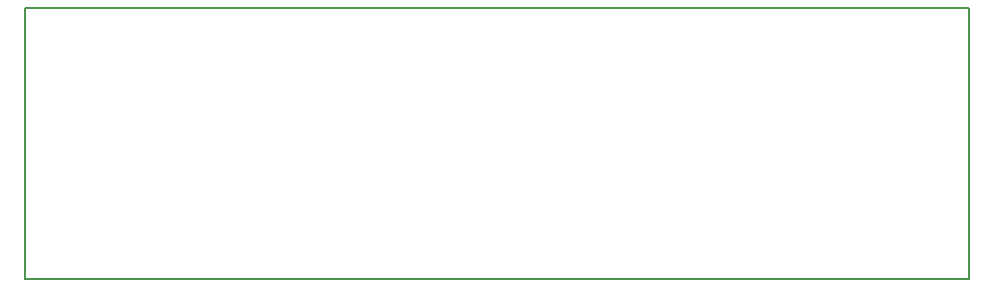
<source format=gbr>
%TF.GenerationSoftware,KiCad,Pcbnew,(5.1.9)-1*%
%TF.CreationDate,2021-04-25T13:20:26-07:00*%
%TF.ProjectId,LM380_BridgeAmp,4c4d3338-305f-4427-9269-646765416d70,v01*%
%TF.SameCoordinates,Original*%
%TF.FileFunction,Profile,NP*%
%FSLAX46Y46*%
G04 Gerber Fmt 4.6, Leading zero omitted, Abs format (unit mm)*
G04 Created by KiCad (PCBNEW (5.1.9)-1) date 2021-04-25 13:20:26*
%MOMM*%
%LPD*%
G01*
G04 APERTURE LIST*
%TA.AperFunction,Profile*%
%ADD10C,0.150000*%
%TD*%
G04 APERTURE END LIST*
D10*
X100000000Y-60000000D02*
X100000000Y-83000000D01*
X180000000Y-60000000D02*
X100000000Y-60000000D01*
X180000000Y-83000000D02*
X180000000Y-60000000D01*
X100000000Y-83000000D02*
X180000000Y-83000000D01*
M02*

</source>
